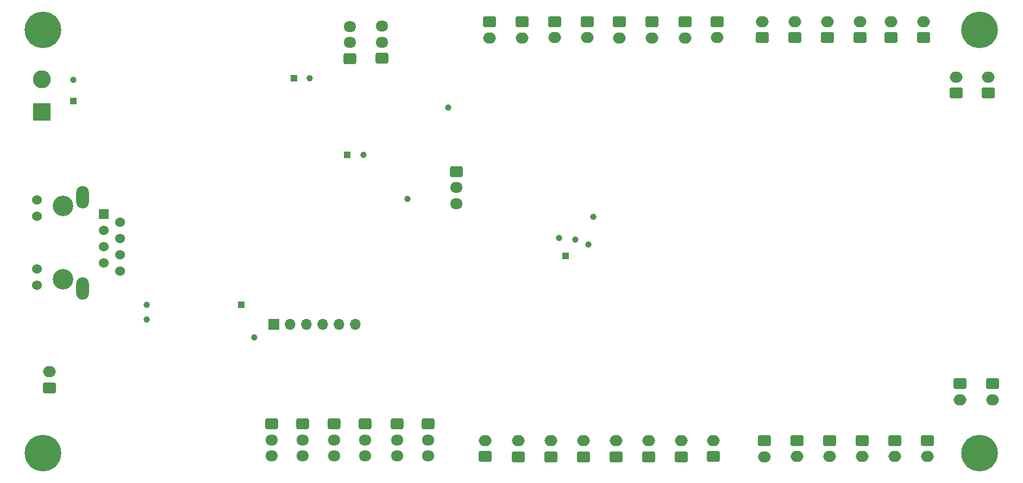
<source format=gbr>
%TF.GenerationSoftware,KiCad,Pcbnew,8.0.5*%
%TF.CreationDate,2024-09-28T09:45:59+02:00*%
%TF.ProjectId,PIC18F_ETH,50494331-3846-45f4-9554-482e6b696361,rev?*%
%TF.SameCoordinates,Original*%
%TF.FileFunction,Soldermask,Bot*%
%TF.FilePolarity,Negative*%
%FSLAX46Y46*%
G04 Gerber Fmt 4.6, Leading zero omitted, Abs format (unit mm)*
G04 Created by KiCad (PCBNEW 8.0.5) date 2024-09-28 09:45:59*
%MOMM*%
%LPD*%
G01*
G04 APERTURE LIST*
G04 Aperture macros list*
%AMRoundRect*
0 Rectangle with rounded corners*
0 $1 Rounding radius*
0 $2 $3 $4 $5 $6 $7 $8 $9 X,Y pos of 4 corners*
0 Add a 4 corners polygon primitive as box body*
4,1,4,$2,$3,$4,$5,$6,$7,$8,$9,$2,$3,0*
0 Add four circle primitives for the rounded corners*
1,1,$1+$1,$2,$3*
1,1,$1+$1,$4,$5*
1,1,$1+$1,$6,$7*
1,1,$1+$1,$8,$9*
0 Add four rect primitives between the rounded corners*
20,1,$1+$1,$2,$3,$4,$5,0*
20,1,$1+$1,$4,$5,$6,$7,0*
20,1,$1+$1,$6,$7,$8,$9,0*
20,1,$1+$1,$8,$9,$2,$3,0*%
G04 Aperture macros list end*
%ADD10C,5.700000*%
%ADD11RoundRect,0.250000X-0.750000X0.600000X-0.750000X-0.600000X0.750000X-0.600000X0.750000X0.600000X0*%
%ADD12O,2.000000X1.700000*%
%ADD13RoundRect,0.250000X0.725000X-0.600000X0.725000X0.600000X-0.725000X0.600000X-0.725000X-0.600000X0*%
%ADD14O,1.950000X1.700000*%
%ADD15RoundRect,0.250000X0.750000X-0.600000X0.750000X0.600000X-0.750000X0.600000X-0.750000X-0.600000X0*%
%ADD16C,1.000000*%
%ADD17R,1.000000X1.000000*%
%ADD18R,2.800000X2.800000*%
%ADD19C,2.800000*%
%ADD20RoundRect,0.250000X-0.725000X0.600000X-0.725000X-0.600000X0.725000X-0.600000X0.725000X0.600000X0*%
%ADD21R,1.700000X1.700000*%
%ADD22O,1.700000X1.700000*%
%ADD23C,3.200000*%
%ADD24R,1.524000X1.524000*%
%ADD25C,1.524000*%
%ADD26O,2.000000X3.500000*%
G04 APERTURE END LIST*
D10*
%TO.C,H7004*%
X135540000Y-169631998D03*
%TD*%
D11*
%TO.C,J8012*%
X225423000Y-102421999D03*
D12*
X225423000Y-104921999D03*
%TD*%
D11*
%TO.C,J8016*%
X205149000Y-102421999D03*
D12*
X205149000Y-104921999D03*
%TD*%
D10*
%TO.C,H7003*%
X281540000Y-169631998D03*
%TD*%
D13*
%TO.C,J6001*%
X183421000Y-108143999D03*
D14*
X183421000Y-105643999D03*
X183421000Y-103143999D03*
%TD*%
D15*
%TO.C,J8007*%
X235029000Y-170179999D03*
D12*
X235029000Y-167679999D03*
%TD*%
D11*
%TO.C,J9002*%
X253109000Y-167639999D03*
D12*
X253109000Y-170139999D03*
%TD*%
D16*
%TO.C,TP3001*%
X140287000Y-111485999D03*
%TD*%
D15*
%TO.C,J3002*%
X136607000Y-159423999D03*
D12*
X136607000Y-156923999D03*
%TD*%
D16*
%TO.C,TP2001*%
X151717000Y-146537999D03*
%TD*%
D17*
%TO.C,TP2016*%
X166449000Y-146537999D03*
%TD*%
D16*
%TO.C,TP2010*%
X218519000Y-136377999D03*
%TD*%
D15*
%TO.C,J9010*%
X277909000Y-113517999D03*
D12*
X277909000Y-111017999D03*
%TD*%
D15*
%TO.C,J9016*%
X247683000Y-104881999D03*
D12*
X247683000Y-102381999D03*
%TD*%
D16*
%TO.C,TP3003*%
X177157000Y-111173999D03*
%TD*%
%TO.C,TP2002*%
X151717000Y-148823999D03*
%TD*%
D18*
%TO.C,J3001*%
X135407000Y-116423999D03*
D19*
X135407000Y-111343999D03*
%TD*%
D15*
%TO.C,J8008*%
X240063000Y-170159999D03*
D12*
X240063000Y-167659999D03*
%TD*%
D13*
%TO.C,J6002*%
X188455000Y-108103999D03*
D14*
X188455000Y-105603999D03*
X188455000Y-103103999D03*
%TD*%
D15*
%TO.C,J9013*%
X262923000Y-104881999D03*
D12*
X262923000Y-102381999D03*
%TD*%
D11*
%TO.C,J9003*%
X258143000Y-167639999D03*
D12*
X258143000Y-170139999D03*
%TD*%
D20*
%TO.C,J2002*%
X199977000Y-125749999D03*
D14*
X199977000Y-128249999D03*
X199977000Y-130749999D03*
%TD*%
D11*
%TO.C,J8013*%
X220389000Y-102381999D03*
D12*
X220389000Y-104881999D03*
%TD*%
D11*
%TO.C,J9006*%
X273383000Y-167639999D03*
D12*
X273383000Y-170139999D03*
%TD*%
D16*
%TO.C,TP2008*%
X215979000Y-136123999D03*
%TD*%
D11*
%TO.C,J8014*%
X215309000Y-102381999D03*
D12*
X215309000Y-104881999D03*
%TD*%
D16*
%TO.C,TP2011*%
X192357000Y-130027999D03*
%TD*%
D21*
%TO.C,J2001*%
X171529000Y-149585999D03*
D22*
X174069000Y-149585999D03*
X176609000Y-149585999D03*
X179149000Y-149585999D03*
X181689000Y-149585999D03*
X184229000Y-149585999D03*
%TD*%
D16*
%TO.C,TP3005*%
X185499000Y-123169999D03*
%TD*%
D20*
%TO.C,J4003*%
X185753000Y-165079999D03*
D14*
X185753000Y-167579999D03*
X185753000Y-170079999D03*
%TD*%
D15*
%TO.C,J8006*%
X229949000Y-170179999D03*
D12*
X229949000Y-167679999D03*
%TD*%
D10*
%TO.C,H7002*%
X281540000Y-103631998D03*
%TD*%
D15*
%TO.C,J8004*%
X219789000Y-170179999D03*
D12*
X219789000Y-167679999D03*
%TD*%
D20*
%TO.C,J4006*%
X171239000Y-165079999D03*
D14*
X171239000Y-167579999D03*
X171239000Y-170079999D03*
%TD*%
D15*
%TO.C,J8005*%
X224869000Y-170179999D03*
D12*
X224869000Y-167679999D03*
%TD*%
D15*
%TO.C,J9012*%
X267749000Y-104881999D03*
D12*
X267749000Y-102381999D03*
%TD*%
D11*
%TO.C,J9007*%
X278509000Y-158811999D03*
D12*
X278509000Y-161311999D03*
%TD*%
D20*
%TO.C,J4002*%
X190751000Y-165079999D03*
D14*
X190751000Y-167579999D03*
X190751000Y-170079999D03*
%TD*%
D15*
%TO.C,J9015*%
X252755000Y-104881999D03*
D12*
X252755000Y-102381999D03*
%TD*%
D16*
%TO.C,TP2009*%
X220551000Y-137139999D03*
%TD*%
%TO.C,TP2012*%
X168481000Y-151617999D03*
%TD*%
%TO.C,TP2007*%
X198707000Y-115803999D03*
%TD*%
D11*
%TO.C,J8011*%
X230503000Y-102421999D03*
D12*
X230503000Y-104921999D03*
%TD*%
D11*
%TO.C,J9001*%
X248029000Y-167701999D03*
D12*
X248029000Y-170201999D03*
%TD*%
D15*
%TO.C,J8001*%
X204503000Y-170159999D03*
D12*
X204503000Y-167659999D03*
%TD*%
D16*
%TO.C,TP2006*%
X221313000Y-132821999D03*
%TD*%
D23*
%TO.C,J5001*%
X138717000Y-131118999D03*
X138717000Y-142548999D03*
D24*
X145067000Y-132388999D03*
D25*
X147607000Y-133658999D03*
X145067000Y-134928999D03*
X147607000Y-136198999D03*
X145067000Y-137468999D03*
X147607000Y-138738999D03*
X145067000Y-140008999D03*
X147607000Y-141278999D03*
X134657000Y-130203999D03*
X134657000Y-132743999D03*
X134657000Y-140923999D03*
X134657000Y-143463999D03*
D26*
X141767000Y-129713999D03*
X141767000Y-143953999D03*
%TD*%
D11*
%TO.C,J8015*%
X210229000Y-102401999D03*
D12*
X210229000Y-104901999D03*
%TD*%
D20*
%TO.C,J4004*%
X180927000Y-165079999D03*
D14*
X180927000Y-167579999D03*
X180927000Y-170079999D03*
%TD*%
D17*
%TO.C,TP3006*%
X174657000Y-111173999D03*
%TD*%
D15*
%TO.C,J9009*%
X282943000Y-113517999D03*
D12*
X282943000Y-111017999D03*
%TD*%
D15*
%TO.C,J9011*%
X272829000Y-104881999D03*
D12*
X272829000Y-102381999D03*
%TD*%
D11*
%TO.C,J9008*%
X283543000Y-158811999D03*
D12*
X283543000Y-161311999D03*
%TD*%
D10*
%TO.C,H7001*%
X135540000Y-103631998D03*
%TD*%
D17*
%TO.C,TP3002*%
X140287000Y-114787999D03*
%TD*%
D11*
%TO.C,J9004*%
X263223000Y-167639999D03*
D12*
X263223000Y-170139999D03*
%TD*%
D11*
%TO.C,J8010*%
X235629000Y-102401999D03*
D12*
X235629000Y-104901999D03*
%TD*%
D17*
%TO.C,TP2005*%
X216995000Y-138917999D03*
%TD*%
D11*
%TO.C,J8009*%
X240663000Y-102381999D03*
D12*
X240663000Y-104881999D03*
%TD*%
D11*
%TO.C,J9005*%
X268349000Y-167639999D03*
D12*
X268349000Y-170139999D03*
%TD*%
D20*
%TO.C,J4005*%
X176065000Y-165079999D03*
D14*
X176065000Y-167579999D03*
X176065000Y-170079999D03*
%TD*%
D15*
%TO.C,J8002*%
X209629000Y-170179999D03*
D12*
X209629000Y-167679999D03*
%TD*%
D20*
%TO.C,J4001*%
X195577000Y-165079999D03*
D14*
X195577000Y-167579999D03*
X195577000Y-170079999D03*
%TD*%
D17*
%TO.C,TP3004*%
X182959000Y-123169999D03*
%TD*%
D15*
%TO.C,J9014*%
X257843000Y-104881999D03*
D12*
X257843000Y-102381999D03*
%TD*%
D15*
%TO.C,J8003*%
X214709000Y-170179999D03*
D12*
X214709000Y-167679999D03*
%TD*%
M02*

</source>
